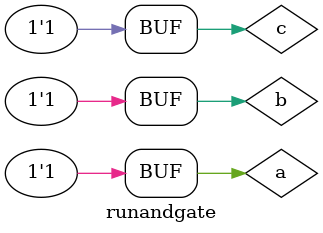
<source format=v>


module andgate(output s, input a, input b, input c);
	assign s = a&(b&c);
endmodule

//-- test andgate

module runandgate;
	reg a,b,c; //registradores
	wire s; //conexão(fio)
	
	//--instância
	andgate AND1(s,a,b,c);
	
	//inicialização
	initial begin:start
		a=0;b=0;c=0;
	end
	
	//--parte principal
	initial begin:main
		$display("Exercicio0004 - Mateus Guilherme do Carmo Cruz - 427446");
		$display("Porta AND com 3 entradas.");
		$display("\ns=a&(b&c)\n");
		a=0;b=0;c=0;
		$monitor("%b&(%b&%b)=%b",a,b,c,s);
	#1 a=0;b=0;c=1;
	#1 a=0;b=1;c=0;
	#1 a=0;b=1;c=1;
	#1	a=1;b=0;c=0;
	#1	a=1;b=0;c=1;
	#1 a=1;b=1;c=0;
	#1 a=1;b=1;c=1;
	end //main
	
endmodule //runandgate
</source>
